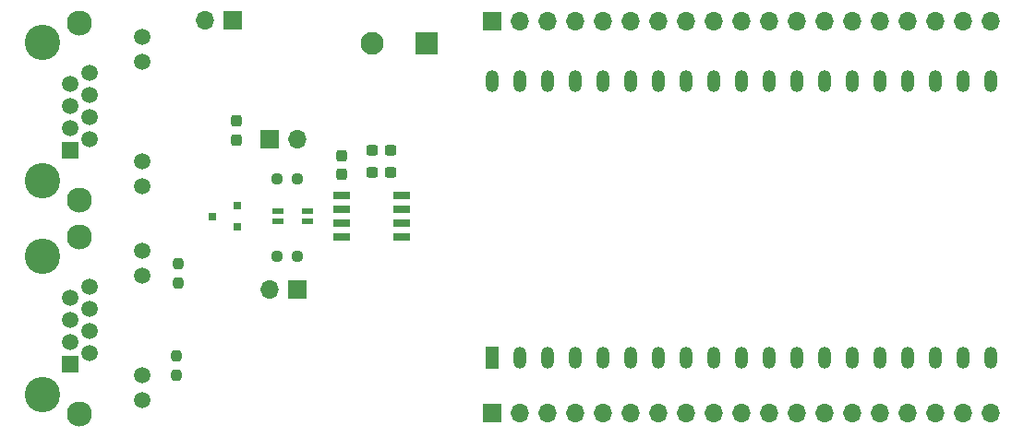
<source format=gbr>
%TF.GenerationSoftware,KiCad,Pcbnew,8.0.0*%
%TF.CreationDate,2024-03-13T03:04:33+09:00*%
%TF.ProjectId,esp32tester,65737033-3274-4657-9374-65722e6b6963,rev?*%
%TF.SameCoordinates,Original*%
%TF.FileFunction,Soldermask,Top*%
%TF.FilePolarity,Negative*%
%FSLAX46Y46*%
G04 Gerber Fmt 4.6, Leading zero omitted, Abs format (unit mm)*
G04 Created by KiCad (PCBNEW 8.0.0) date 2024-03-13 03:04:33*
%MOMM*%
%LPD*%
G01*
G04 APERTURE LIST*
G04 Aperture macros list*
%AMRoundRect*
0 Rectangle with rounded corners*
0 $1 Rounding radius*
0 $2 $3 $4 $5 $6 $7 $8 $9 X,Y pos of 4 corners*
0 Add a 4 corners polygon primitive as box body*
4,1,4,$2,$3,$4,$5,$6,$7,$8,$9,$2,$3,0*
0 Add four circle primitives for the rounded corners*
1,1,$1+$1,$2,$3*
1,1,$1+$1,$4,$5*
1,1,$1+$1,$6,$7*
1,1,$1+$1,$8,$9*
0 Add four rect primitives between the rounded corners*
20,1,$1+$1,$2,$3,$4,$5,0*
20,1,$1+$1,$4,$5,$6,$7,0*
20,1,$1+$1,$6,$7,$8,$9,0*
20,1,$1+$1,$8,$9,$2,$3,0*%
G04 Aperture macros list end*
%ADD10R,1.700000X1.700000*%
%ADD11O,1.700000X1.700000*%
%ADD12O,1.200000X2.000000*%
%ADD13R,1.200000X2.000000*%
%ADD14C,3.250000*%
%ADD15R,1.500000X1.500000*%
%ADD16C,1.500000*%
%ADD17C,2.300000*%
%ADD18RoundRect,0.237500X-0.250000X-0.237500X0.250000X-0.237500X0.250000X0.237500X-0.250000X0.237500X0*%
%ADD19RoundRect,0.237500X0.237500X-0.300000X0.237500X0.300000X-0.237500X0.300000X-0.237500X-0.300000X0*%
%ADD20R,1.050000X0.600000*%
%ADD21RoundRect,0.237500X-0.300000X-0.237500X0.300000X-0.237500X0.300000X0.237500X-0.300000X0.237500X0*%
%ADD22R,0.780000X0.780000*%
%ADD23R,1.550000X0.700000*%
%ADD24R,2.100000X2.100000*%
%ADD25C,2.100000*%
%ADD26RoundRect,0.237500X0.237500X-0.250000X0.237500X0.250000X-0.237500X0.250000X-0.237500X-0.250000X0*%
%ADD27RoundRect,0.237500X-0.237500X0.250000X-0.237500X-0.250000X0.237500X-0.250000X0.237500X0.250000X0*%
%ADD28RoundRect,0.237500X0.250000X0.237500X-0.250000X0.237500X-0.250000X-0.237500X0.250000X-0.237500X0*%
G04 APERTURE END LIST*
D10*
%TO.C,REF\u002A\u002A*%
X83794600Y-80162400D03*
D11*
X86334600Y-80162400D03*
X88874600Y-80162400D03*
X91414600Y-80162400D03*
X93954600Y-80162400D03*
X96494600Y-80162400D03*
X99034600Y-80162400D03*
X101574600Y-80162400D03*
X104114600Y-80162400D03*
X106654600Y-80162400D03*
X109194600Y-80162400D03*
X111734600Y-80162400D03*
X114274600Y-80162400D03*
X116814600Y-80162400D03*
X119354600Y-80162400D03*
X121894600Y-80162400D03*
X124434600Y-80162400D03*
X126974600Y-80162400D03*
X129514600Y-80162400D03*
%TD*%
D10*
%TO.C,REF\u002A\u002A*%
X83820000Y-116078000D03*
D11*
X86360000Y-116078000D03*
X88900000Y-116078000D03*
X91440000Y-116078000D03*
X93980000Y-116078000D03*
X96520000Y-116078000D03*
X99060000Y-116078000D03*
X101600000Y-116078000D03*
X104140000Y-116078000D03*
X106680000Y-116078000D03*
X109220000Y-116078000D03*
X111760000Y-116078000D03*
X114300000Y-116078000D03*
X116840000Y-116078000D03*
X119380000Y-116078000D03*
X121920000Y-116078000D03*
X124460000Y-116078000D03*
X127000000Y-116078000D03*
X129540000Y-116078000D03*
%TD*%
D12*
%TO.C,U1*%
X83830160Y-85623400D03*
X86370160Y-85623400D03*
X88910160Y-85623400D03*
X91450160Y-85623400D03*
X93990160Y-85623400D03*
X96530160Y-85623400D03*
X99070160Y-85623400D03*
X101610160Y-85623400D03*
X104150160Y-85623400D03*
X106690160Y-85623400D03*
X109230160Y-85623400D03*
X111770160Y-85623400D03*
X114310160Y-85623400D03*
X116850160Y-85623400D03*
X119390160Y-85623400D03*
X121930160Y-85623400D03*
X124470160Y-85623400D03*
X127007440Y-85627080D03*
X129547440Y-85627080D03*
X129550160Y-111023400D03*
X127010160Y-111023400D03*
X124470160Y-111023400D03*
X121930160Y-111023400D03*
X119390160Y-111023400D03*
X116850160Y-111023400D03*
X114310160Y-111023400D03*
X111770160Y-111023400D03*
X109230160Y-111023400D03*
X106690160Y-111023400D03*
X104150160Y-111023400D03*
X101610160Y-111023400D03*
X99070160Y-111023400D03*
X96530160Y-111023400D03*
X93990160Y-111023400D03*
X91450160Y-111023400D03*
X88910160Y-111023400D03*
X86370160Y-111023400D03*
D13*
X83830160Y-111023400D03*
%TD*%
D10*
%TO.C,J6*%
X60026000Y-80015000D03*
D11*
X57486000Y-80015000D03*
%TD*%
D14*
%TO.C,J2*%
X42549000Y-114429000D03*
X42549000Y-101729000D03*
D15*
X45089000Y-111639000D03*
D16*
X46869000Y-110623000D03*
X45089000Y-109607000D03*
X46869000Y-108591000D03*
X45089000Y-107575000D03*
X46869000Y-106559000D03*
X45089000Y-105543000D03*
X46869000Y-104527000D03*
X51689000Y-114939000D03*
X51689000Y-112649000D03*
X51689000Y-103509000D03*
X51689000Y-101219000D03*
D17*
X45979000Y-116209000D03*
X45979000Y-99949000D03*
%TD*%
D18*
%TO.C,R1*%
X64111500Y-101727000D03*
X65936500Y-101727000D03*
%TD*%
D10*
%TO.C,J4*%
X63393000Y-91009000D03*
D11*
X65933000Y-91009000D03*
%TD*%
D19*
%TO.C,C1*%
X60325000Y-91032500D03*
X60325000Y-89307500D03*
%TD*%
D20*
%TO.C,L1*%
X66857000Y-97544000D03*
X64207000Y-97544000D03*
X64207000Y-98544000D03*
X66857000Y-98544000D03*
%TD*%
D21*
%TO.C,C3*%
X72797500Y-91948000D03*
X74522500Y-91948000D03*
%TD*%
D22*
%TO.C,D1*%
X60454000Y-98994000D03*
X60454000Y-97094000D03*
X58164000Y-98044000D03*
%TD*%
D23*
%TO.C,IC1*%
X75496000Y-99949000D03*
X75496000Y-98679000D03*
X75496000Y-97409000D03*
X75496000Y-96139000D03*
X70046000Y-96139000D03*
X70046000Y-97409000D03*
X70046000Y-98679000D03*
X70046000Y-99949000D03*
%TD*%
D14*
%TO.C,J1*%
X42549000Y-94744000D03*
X42549000Y-82044000D03*
D15*
X45089000Y-91954000D03*
D16*
X46869000Y-90938000D03*
X45089000Y-89922000D03*
X46869000Y-88906000D03*
X45089000Y-87890000D03*
X46869000Y-86874000D03*
X45089000Y-85858000D03*
X46869000Y-84842000D03*
X51689000Y-95254000D03*
X51689000Y-92964000D03*
X51689000Y-83824000D03*
X51689000Y-81534000D03*
D17*
X45979000Y-96524000D03*
X45979000Y-80264000D03*
%TD*%
D10*
%TO.C,J3*%
X65913000Y-104775000D03*
D11*
X63373000Y-104775000D03*
%TD*%
D21*
%TO.C,C4*%
X72797500Y-93980000D03*
X74522500Y-93980000D03*
%TD*%
D19*
%TO.C,C2*%
X69977000Y-94207500D03*
X69977000Y-92482500D03*
%TD*%
D24*
%TO.C,J5*%
X77811000Y-82169000D03*
D25*
X72811000Y-82169000D03*
%TD*%
D26*
%TO.C,R4*%
X54864000Y-112672500D03*
X54864000Y-110847500D03*
%TD*%
D27*
%TO.C,R3*%
X54991000Y-102362000D03*
X54991000Y-104187000D03*
%TD*%
D28*
%TO.C,R2*%
X65936500Y-94615000D03*
X64111500Y-94615000D03*
%TD*%
M02*

</source>
